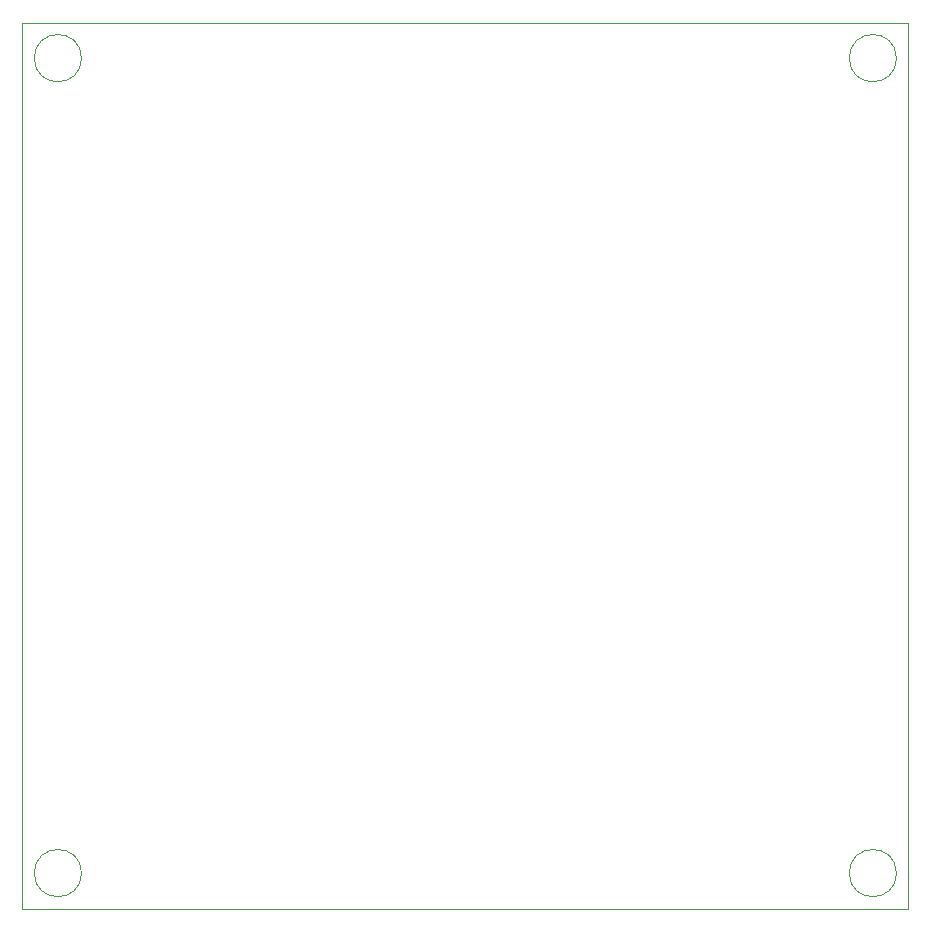
<source format=gbr>
%TF.GenerationSoftware,KiCad,Pcbnew,9.0.6*%
%TF.CreationDate,2025-12-14T11:47:42+00:00*%
%TF.ProjectId,cheetoTile,63686565-746f-4546-996c-652e6b696361,rev?*%
%TF.SameCoordinates,Original*%
%TF.FileFunction,Profile,NP*%
%FSLAX46Y46*%
G04 Gerber Fmt 4.6, Leading zero omitted, Abs format (unit mm)*
G04 Created by KiCad (PCBNEW 9.0.6) date 2025-12-14 11:47:42*
%MOMM*%
%LPD*%
G01*
G04 APERTURE LIST*
%TA.AperFunction,Profile*%
%ADD10C,0.050000*%
%TD*%
G04 APERTURE END LIST*
D10*
X155500000Y-30500000D02*
X230500000Y-30500000D01*
X230500000Y-105500000D01*
X155500000Y-105500000D01*
X155500000Y-30500000D01*
X229500000Y-102500000D02*
G75*
G02*
X225500000Y-102500000I-2000000J0D01*
G01*
X225500000Y-102500000D02*
G75*
G02*
X229500000Y-102500000I2000000J0D01*
G01*
X229500000Y-33500000D02*
G75*
G02*
X225500000Y-33500000I-2000000J0D01*
G01*
X225500000Y-33500000D02*
G75*
G02*
X229500000Y-33500000I2000000J0D01*
G01*
X160500000Y-33500000D02*
G75*
G02*
X156500000Y-33500000I-2000000J0D01*
G01*
X156500000Y-33500000D02*
G75*
G02*
X160500000Y-33500000I2000000J0D01*
G01*
X160500000Y-102500000D02*
G75*
G02*
X156500000Y-102500000I-2000000J0D01*
G01*
X156500000Y-102500000D02*
G75*
G02*
X160500000Y-102500000I2000000J0D01*
G01*
M02*

</source>
